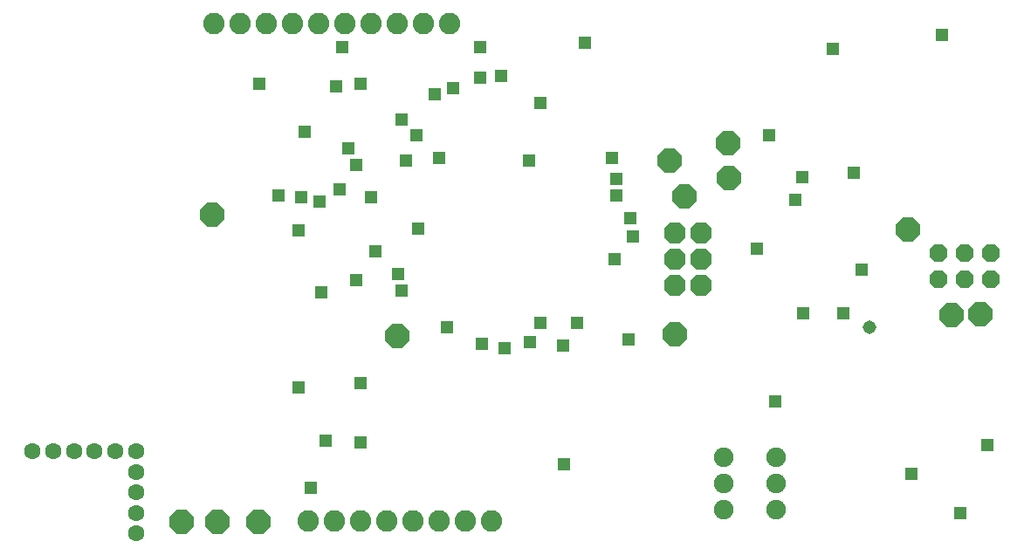
<source format=gbs>
G75*
%MOIN*%
%OFA0B0*%
%FSLAX25Y25*%
%IPPOS*%
%LPD*%
%AMOC8*
5,1,8,0,0,1.08239X$1,22.5*
%
%ADD10C,0.06312*%
%ADD11OC8,0.06000*%
%ADD12OC8,0.06800*%
%ADD13C,0.07400*%
%ADD14C,0.08200*%
%ADD15OC8,0.07400*%
%ADD16OC8,0.08200*%
%ADD17C,0.06731*%
%ADD18C,0.07531*%
%ADD19OC8,0.08500*%
%ADD20OC8,0.09300*%
%ADD21R,0.04362X0.04362*%
%ADD22R,0.05162X0.05162*%
%ADD23C,0.04362*%
%ADD24C,0.05162*%
D10*
X0200213Y0111236D03*
X0200213Y0119110D03*
X0200213Y0126984D03*
X0200213Y0134858D03*
X0200213Y0142732D03*
X0192339Y0142732D03*
X0184465Y0142732D03*
X0176591Y0142732D03*
X0168717Y0142732D03*
X0160843Y0142732D03*
D11*
X0506591Y0208441D03*
X0516591Y0208441D03*
X0526591Y0208441D03*
X0526591Y0218441D03*
X0516591Y0218441D03*
X0506591Y0218441D03*
D12*
X0506591Y0218441D03*
X0516591Y0218441D03*
X0526591Y0218441D03*
X0526591Y0208441D03*
X0516591Y0208441D03*
X0506591Y0208441D03*
D13*
X0336000Y0116000D03*
X0326000Y0116000D03*
X0316000Y0116000D03*
X0306000Y0116000D03*
X0296000Y0116000D03*
X0286000Y0116000D03*
X0276000Y0116000D03*
X0266000Y0116000D03*
X0270000Y0306000D03*
X0260000Y0306000D03*
X0250000Y0306000D03*
X0240000Y0306000D03*
X0230000Y0306000D03*
X0280000Y0306000D03*
X0290000Y0306000D03*
X0300000Y0306000D03*
X0310000Y0306000D03*
X0320000Y0306000D03*
D14*
X0320000Y0306000D03*
X0310000Y0306000D03*
X0300000Y0306000D03*
X0290000Y0306000D03*
X0280000Y0306000D03*
X0270000Y0306000D03*
X0260000Y0306000D03*
X0250000Y0306000D03*
X0240000Y0306000D03*
X0230000Y0306000D03*
X0266000Y0116000D03*
X0276000Y0116000D03*
X0286000Y0116000D03*
X0296000Y0116000D03*
X0306000Y0116000D03*
X0316000Y0116000D03*
X0326000Y0116000D03*
X0336000Y0116000D03*
D15*
X0406000Y0206000D03*
X0416000Y0206000D03*
X0416000Y0216000D03*
X0406000Y0216000D03*
X0406000Y0226000D03*
X0416000Y0226000D03*
D16*
X0416000Y0226000D03*
X0406000Y0226000D03*
X0406000Y0216000D03*
X0416000Y0216000D03*
X0416000Y0206000D03*
X0406000Y0206000D03*
D17*
X0424661Y0140449D03*
X0424661Y0130449D03*
X0424661Y0120449D03*
X0444661Y0120449D03*
X0444661Y0130449D03*
X0444661Y0140449D03*
D18*
X0444661Y0140449D03*
X0444661Y0130449D03*
X0444661Y0120449D03*
X0424661Y0120449D03*
X0424661Y0130449D03*
X0424661Y0140449D03*
D19*
X0406000Y0187220D03*
X0409740Y0239976D03*
X0426787Y0247063D03*
X0426315Y0260449D03*
X0404031Y0253559D03*
X0494976Y0227378D03*
X0511630Y0194740D03*
X0522654Y0195055D03*
X0300094Y0186669D03*
X0229465Y0232890D03*
X0231512Y0115567D03*
X0217811Y0115567D03*
X0246945Y0115764D03*
D20*
X0246945Y0115764D03*
X0231512Y0115567D03*
X0217811Y0115567D03*
X0300094Y0186669D03*
X0229465Y0232890D03*
X0404031Y0253559D03*
X0409740Y0239976D03*
X0426787Y0247063D03*
X0426315Y0260449D03*
X0494976Y0227378D03*
X0511630Y0194740D03*
X0522654Y0195055D03*
X0406000Y0187220D03*
D21*
X0388402Y0185252D03*
X0368717Y0191551D03*
X0363205Y0182890D03*
X0354543Y0191551D03*
X0350606Y0184465D03*
X0341157Y0182102D03*
X0332496Y0183677D03*
X0319110Y0189976D03*
X0301787Y0204150D03*
X0300213Y0210449D03*
X0291551Y0219110D03*
X0308087Y0227772D03*
X0289976Y0239583D03*
X0278165Y0242732D03*
X0270291Y0238008D03*
X0263205Y0239583D03*
X0254543Y0240370D03*
X0262417Y0226984D03*
X0284465Y0208087D03*
X0271079Y0203362D03*
X0262417Y0167142D03*
X0286039Y0168717D03*
X0272654Y0146669D03*
X0286039Y0145882D03*
X0267142Y0128559D03*
X0363598Y0137614D03*
X0444307Y0161630D03*
X0496276Y0134071D03*
X0515173Y0119110D03*
X0525409Y0145094D03*
X0470291Y0195488D03*
X0454937Y0195488D03*
X0477378Y0212024D03*
X0437220Y0219898D03*
X0452181Y0238795D03*
X0454543Y0247457D03*
X0474228Y0249031D03*
X0441945Y0263205D03*
X0466354Y0296276D03*
X0508087Y0301787D03*
X0389189Y0231709D03*
X0389976Y0224622D03*
X0382890Y0215961D03*
X0383677Y0240370D03*
X0383677Y0246669D03*
X0382102Y0254543D03*
X0350213Y0253756D03*
X0354543Y0275803D03*
X0339583Y0286039D03*
X0331709Y0285252D03*
X0321472Y0281315D03*
X0314386Y0278953D03*
X0301787Y0269504D03*
X0307299Y0263205D03*
X0303362Y0253756D03*
X0315961Y0254543D03*
X0284465Y0252181D03*
X0281315Y0258480D03*
X0264780Y0264780D03*
X0276591Y0282102D03*
X0286039Y0282890D03*
X0278953Y0297063D03*
X0247457Y0282890D03*
X0331709Y0297063D03*
X0371866Y0298638D03*
D22*
X0371866Y0298638D03*
X0339583Y0286039D03*
X0331709Y0285252D03*
X0321472Y0281315D03*
X0314386Y0278953D03*
X0301787Y0269504D03*
X0307299Y0263205D03*
X0303362Y0253756D03*
X0315961Y0254543D03*
X0289976Y0239583D03*
X0278165Y0242732D03*
X0270291Y0238008D03*
X0263205Y0239583D03*
X0254543Y0240370D03*
X0262417Y0226984D03*
X0284465Y0208087D03*
X0300213Y0210449D03*
X0301787Y0204150D03*
X0319110Y0189976D03*
X0332496Y0183677D03*
X0341157Y0182102D03*
X0350606Y0184465D03*
X0354543Y0191551D03*
X0363205Y0182890D03*
X0368717Y0191551D03*
X0388402Y0185252D03*
X0382890Y0215961D03*
X0389976Y0224622D03*
X0389189Y0231709D03*
X0383677Y0240370D03*
X0383677Y0246669D03*
X0382102Y0254543D03*
X0350213Y0253756D03*
X0354543Y0275803D03*
X0331709Y0297063D03*
X0286039Y0282890D03*
X0276591Y0282102D03*
X0278953Y0297063D03*
X0247457Y0282890D03*
X0264780Y0264780D03*
X0281315Y0258480D03*
X0284465Y0252181D03*
X0308087Y0227772D03*
X0291551Y0219110D03*
X0271079Y0203362D03*
X0262417Y0167142D03*
X0286039Y0168717D03*
X0272654Y0146669D03*
X0286039Y0145882D03*
X0267142Y0128559D03*
X0363598Y0137614D03*
X0444307Y0161630D03*
X0496276Y0134071D03*
X0515173Y0119110D03*
X0525409Y0145094D03*
X0470291Y0195488D03*
X0454937Y0195488D03*
X0477378Y0212024D03*
X0437220Y0219898D03*
X0452181Y0238795D03*
X0454543Y0247457D03*
X0474228Y0249031D03*
X0441945Y0263205D03*
X0466354Y0296276D03*
X0508087Y0301787D03*
D23*
X0480528Y0189976D03*
D24*
X0480528Y0189976D03*
M02*

</source>
